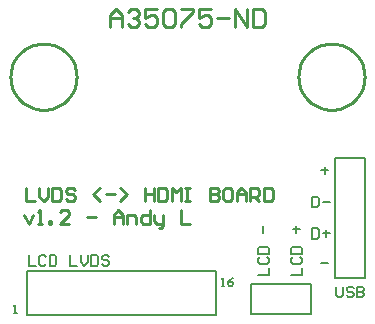
<source format=gto>
%FSTAX25Y25*%
%MOIN*%
%SFA1B1*%

%IPPOS*%
%ADD22C,0.010000*%
%ADD23C,0.007870*%
%ADD24C,0.008000*%
%LNhdmi_breakout_pcb_v02-1*%
%LPD*%
G54D22*
X0225024Y0468D02*
D01*
X0224997Y0468768*
X0224916Y0469534*
X0224783Y0470292*
X0224596Y0471038*
X0224359Y047177*
X022407Y0472483*
X0223733Y0473175*
X0223348Y0473841*
X0222918Y0474479*
X0222444Y0475086*
X022193Y0475657*
X0221376Y0476192*
X0220787Y0476687*
X0220164Y0477139*
X0219512Y0477547*
X0218832Y0477908*
X0218129Y0478221*
X0217406Y0478484*
X0216666Y0478696*
X0215914Y0478856*
X0215152Y0478963*
X0214384Y0479017*
X0213615*
X0212847Y0478963*
X0212085Y0478856*
X0211333Y0478696*
X0210593Y0478484*
X020987Y0478221*
X0209167Y0477908*
X0208488Y0477547*
X0207835Y0477139*
X0207212Y0476687*
X0206623Y0476192*
X0206069Y0475657*
X0205555Y0475086*
X0205081Y0474479*
X0204651Y0473841*
X0204266Y0473175*
X0203929Y0472483*
X020364Y047177*
X0203403Y0471038*
X0203216Y0470292*
X0203083Y0469534*
X0203002Y0468768*
X0202976Y0468*
X0203002Y0467231*
X0203083Y0466465*
X0203216Y0465707*
X0203403Y0464961*
X020364Y0464229*
X0203929Y0463516*
X0204266Y0462824*
X0204651Y0462158*
X0205081Y046152*
X0205555Y0460913*
X0206069Y0460342*
X0206623Y0459807*
X0207212Y0459312*
X0207835Y045886*
X0208488Y0458452*
X0209167Y0458091*
X020987Y0457778*
X0210593Y0457515*
X0211333Y0457303*
X0212085Y0457143*
X0212847Y0457036*
X0213615Y0456982*
X0214384*
X0215152Y0457036*
X0215914Y0457143*
X0216666Y0457303*
X0217406Y0457515*
X0218129Y0457778*
X0218832Y0458091*
X0219512Y0458452*
X0220164Y045886*
X0220787Y0459312*
X0221376Y0459807*
X022193Y0460342*
X0222444Y0460913*
X0222918Y046152*
X0223348Y0462158*
X0223733Y0462824*
X022407Y0463516*
X0224359Y0464229*
X0224596Y0464961*
X0224783Y0465707*
X0224916Y0466465*
X0224997Y0467231*
X0225024Y0468*
X0321024D02*
D01*
X0320997Y0468768*
X0320916Y0469534*
X0320783Y0470292*
X0320596Y0471038*
X0320359Y047177*
X032007Y0472483*
X0319733Y0473175*
X0319348Y0473841*
X0318918Y0474479*
X0318444Y0475086*
X031793Y0475657*
X0317376Y0476192*
X0316787Y0476687*
X0316164Y0477139*
X0315512Y0477547*
X0314832Y0477908*
X0314129Y0478221*
X0313406Y0478484*
X0312666Y0478696*
X0311914Y0478856*
X0311152Y0478963*
X0310384Y0479017*
X0309615*
X0308847Y0478963*
X0308085Y0478856*
X0307333Y0478696*
X0306593Y0478484*
X030587Y0478221*
X0305167Y0477908*
X0304488Y0477547*
X0303835Y0477139*
X0303212Y0476687*
X0302623Y0476192*
X0302069Y0475657*
X0301555Y0475086*
X0301081Y0474479*
X0300651Y0473841*
X0300266Y0473175*
X0299929Y0472483*
X029964Y047177*
X0299403Y0471038*
X0299216Y0470292*
X0299083Y0469534*
X0299002Y0468768*
X0298976Y0468*
X0299002Y0467231*
X0299083Y0466465*
X0299216Y0465707*
X0299403Y0464961*
X029964Y0464229*
X0299929Y0463516*
X0300266Y0462824*
X0300651Y0462158*
X0301081Y046152*
X0301555Y0460913*
X0302069Y0460342*
X0302623Y0459807*
X0303212Y0459312*
X0303835Y045886*
X0304488Y0458452*
X0305167Y0458091*
X030587Y0457778*
X0306593Y0457515*
X0307333Y0457303*
X0308085Y0457143*
X0308847Y0457036*
X0309615Y0456982*
X0310384*
X0311152Y0457036*
X0311914Y0457143*
X0312666Y0457303*
X0313406Y0457515*
X0314129Y0457778*
X0314832Y0458091*
X0315512Y0458452*
X0316164Y045886*
X0316787Y0459312*
X0317376Y0459807*
X031793Y0460342*
X0318444Y0460913*
X0318918Y046152*
X0319348Y0462158*
X0319733Y0462824*
X032007Y0463516*
X0320359Y0464229*
X0320596Y0464961*
X0320783Y0465707*
X0320916Y0466465*
X0320997Y0467231*
X0321024Y0468*
X0236Y04845D02*
Y0488499D01*
X0237999Y0490498*
X0239999Y0488499*
Y04845*
Y0487499*
X0236*
X0241998Y0489498D02*
X0242998Y0490498D01*
X0244997*
X0245997Y0489498*
Y0488499*
X0244997Y0487499*
X0243997*
X0244997*
X0245997Y0486499*
Y04855*
X0244997Y04845*
X0242998*
X0241998Y04855*
X0251995Y0490498D02*
X0247996D01*
Y0487499*
X0249995Y0488499*
X0250995*
X0251995Y0487499*
Y04855*
X0250995Y04845*
X0248996*
X0247996Y04855*
X0253994Y0489498D02*
X0254994Y0490498D01*
X0256993*
X0257993Y0489498*
Y04855*
X0256993Y04845*
X0254994*
X0253994Y04855*
Y0489498*
X0259992Y0490498D02*
X0263991D01*
Y0489498*
X0259992Y04855*
Y04845*
X0269989Y0490498D02*
X026599D01*
Y0487499*
X026799Y0488499*
X0268989*
X0269989Y0487499*
Y04855*
X0268989Y04845*
X026699*
X026599Y04855*
X0271988Y0487499D02*
X0275987D01*
X0277986Y04845D02*
Y0490498D01*
X0281985Y04845*
Y0490498*
X0283984D02*
Y04845D01*
X0286983*
X0287983Y04855*
Y0489498*
X0286983Y0490498*
X0283984*
X02075Y0421999D02*
X0208999Y0419D01*
X0210499Y0421999*
X0211999Y0419D02*
X0213498D01*
X0212748*
Y0423498*
X0211999Y0422749*
X0215747Y0419D02*
Y041975D01*
X0216497*
Y0419*
X0215747*
X0222495D02*
X0219496D01*
X0222495Y0421999*
Y0422749*
X0221745Y0423498*
X0220246*
X0219496Y0422749*
X0228493Y0421249D02*
X0231492D01*
X023749Y0419D02*
Y0421999D01*
X023899Y0423498*
X0240489Y0421999*
Y0419*
Y0421249*
X023749*
X0241989Y0419D02*
Y0421999D01*
X0244238*
X0244988Y0421249*
Y0419*
X0249486Y0423498D02*
Y0419D01*
X0247237*
X0246487Y041975*
Y0421249*
X0247237Y0421999*
X0249486*
X0250986D02*
Y041975D01*
X0251736Y0419*
X0253985*
Y041825*
X0253235Y04175*
X0252485*
X0253985Y0419D02*
Y0421999D01*
X0259983Y0423498D02*
Y0419D01*
X0262982*
X0208Y0430999D02*
Y04265D01*
X0210999*
X0212498Y0430999D02*
Y0427999D01*
X0213998Y04265*
X0215498Y0427999*
Y0430999*
X0216997D02*
Y04265D01*
X0219246*
X0219996Y042725*
Y0430249*
X0219246Y0430999*
X0216997*
X0224495Y0430249D02*
X0223745Y0430999D01*
X0222245*
X0221496Y0430249*
Y0429499*
X0222245Y0428749*
X0223745*
X0224495Y0427999*
Y042725*
X0223745Y04265*
X0222245*
X0221496Y042725*
X0232742Y04265D02*
X0230493Y0428749D01*
X0232742Y0430999*
X0234991Y0428749D02*
X023799D01*
X023949Y04265D02*
X0241739Y0428749D01*
X023949Y0430999*
X0247737D02*
Y04265D01*
Y0428749*
X0250736*
Y0430999*
Y04265*
X0252236Y0430999D02*
Y04265D01*
X0254485*
X0255235Y042725*
Y0430249*
X0254485Y0430999*
X0252236*
X0256734Y04265D02*
Y0430999D01*
X0258234Y0429499*
X0259733Y0430999*
Y04265*
X0261233Y0430999D02*
X0262732D01*
X0261983*
Y04265*
X0261233*
X0262732*
X026948Y0430999D02*
Y04265D01*
X0271729*
X0272479Y042725*
Y0427999*
X0271729Y0428749*
X026948*
X0271729*
X0272479Y0429499*
Y0430249*
X0271729Y0430999*
X026948*
X0276228D02*
X0274728D01*
X0273979Y0430249*
Y042725*
X0274728Y04265*
X0276228*
X0276978Y042725*
Y0430249*
X0276228Y0430999*
X0278477Y04265D02*
Y0429499D01*
X0279977Y0430999*
X0281476Y0429499*
Y04265*
Y0428749*
X0278477*
X0282976Y04265D02*
Y0430999D01*
X0285225*
X0285975Y0430249*
Y0428749*
X0285225Y0427999*
X0282976*
X0284475D02*
X0285975Y04265D01*
X0287474Y0430999D02*
Y04265D01*
X0289724*
X0290473Y042725*
Y0430249*
X0289724Y0430999*
X0287474*
G54D23*
X0311Y0441D02*
X0321D01*
Y0401D02*
Y0441D01*
X0311Y0401D02*
Y0441D01*
Y0401D02*
X0321D01*
X0208504Y0394032D02*
Y0403087D01*
Y038852D02*
Y0397969D01*
Y038852D02*
X0271496D01*
Y0403087*
X0208504D02*
X0271496D01*
X0283Y0399D02*
X0303D01*
X0283Y0389D02*
Y0399D01*
Y0389D02*
X0303D01*
Y0399*
G54D24*
X0204173Y0389307D02*
X0205006D01*
X020459*
Y0391806*
X0204173Y039139*
X0273465Y0398362D02*
X0274298D01*
X0273881*
Y0400861*
X0273465Y0400445*
X0277213Y0400861D02*
X027638Y0400445D01*
X0275547Y0399612*
Y0398779*
X0275964Y0398362*
X0276797*
X0277213Y0398779*
Y0399195*
X0276797Y0399612*
X0275547*
X0209Y0408499D02*
Y0405D01*
X0211333*
X0214831Y0407916D02*
X0214248Y0408499D01*
X0213082*
X0212499Y0407916*
Y0405583*
X0213082Y0405*
X0214248*
X0214831Y0405583*
X0215998Y0408499D02*
Y0405D01*
X0217747*
X021833Y0405583*
Y0407916*
X0217747Y0408499*
X0215998*
X0222995D02*
Y0405D01*
X0225328*
X0226494Y0408499D02*
Y0406166D01*
X0227661Y0405*
X0228827Y0406166*
Y0408499*
X0229993D02*
Y0405D01*
X0231743*
X0232326Y0405583*
Y0407916*
X0231743Y0408499*
X0229993*
X0235825Y0407916D02*
X0235242Y0408499D01*
X0234075*
X0233492Y0407916*
Y0407333*
X0234075Y0406749*
X0235242*
X0235825Y0406166*
Y0405583*
X0235242Y0405*
X0234075*
X0233492Y0405583*
X0296501Y0402D02*
X03D01*
Y0404333*
X0297084Y0407831D02*
X0296501Y0407248D01*
Y0406082*
X0297084Y0405499*
X0299417*
X03Y0406082*
Y0407248*
X0299417Y0407831*
X0296501Y0408998D02*
X03D01*
Y0410747*
X0299417Y041133*
X0297084*
X0296501Y0410747*
Y0408998*
X0298251Y0415996D02*
Y0418328D01*
X0297084Y0417162D02*
X0299417D01*
X0285501Y0402D02*
X0289D01*
Y0404333*
X0286084Y0407831D02*
X0285501Y0407248D01*
Y0406082*
X0286084Y0405499*
X0288417*
X0289Y0406082*
Y0407248*
X0288417Y0407831*
X0285501Y0408998D02*
X0289D01*
Y0410747*
X0288417Y041133*
X0286084*
X0285501Y0410747*
Y0408998*
X0287251Y0415996D02*
Y0418328D01*
X03115Y0397999D02*
Y0395083D01*
X0312083Y03945*
X0313249*
X0313833Y0395083*
Y0397999*
X0317331Y0397416D02*
X0316748Y0397999D01*
X0315582*
X0314999Y0397416*
Y0396833*
X0315582Y0396249*
X0316748*
X0317331Y0395666*
Y0395083*
X0316748Y03945*
X0315582*
X0314999Y0395083*
X0318498Y0397999D02*
Y03945D01*
X0320247*
X032083Y0395083*
Y0395666*
X0320247Y0396249*
X0318498*
X0320247*
X032083Y0396833*
Y0397416*
X0320247Y0397999*
X0318498*
X03065Y0436749D02*
X0308833D01*
X0307666Y0437916D02*
Y0435583D01*
X03065Y0405749D02*
X0308833D01*
X03035Y0427999D02*
Y04245D01*
X0305249*
X0305833Y0425083*
Y0427416*
X0305249Y0427999*
X03035*
X0306999Y0426249D02*
X0309331D01*
X03035Y0417499D02*
Y0414D01*
X0305249*
X0305833Y0414583*
Y0416916*
X0305249Y0417499*
X03035*
X0306999Y0415749D02*
X0309331D01*
X0308165Y0416916D02*
Y0414583D01*
M02*
</source>
